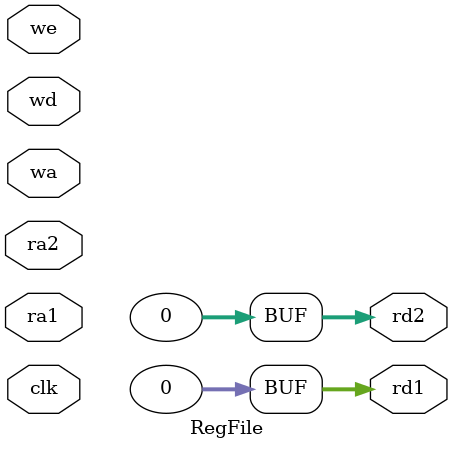
<source format=v>
module RegFile (
    input clk,
    input [4:0] ra1,
    input [4:0] ra2,
    input [4:0] wa,
    input we,
    input [31:0] wd,
    output [31:0] rd1,
    output [31:0] rd2
);

    // Remove these lines once you have implemented your regfile
    // Hint: use a 2D reg array
    assign rd1 = 32'b0;
    assign rd2 = 32'b0;

endmodule

</source>
